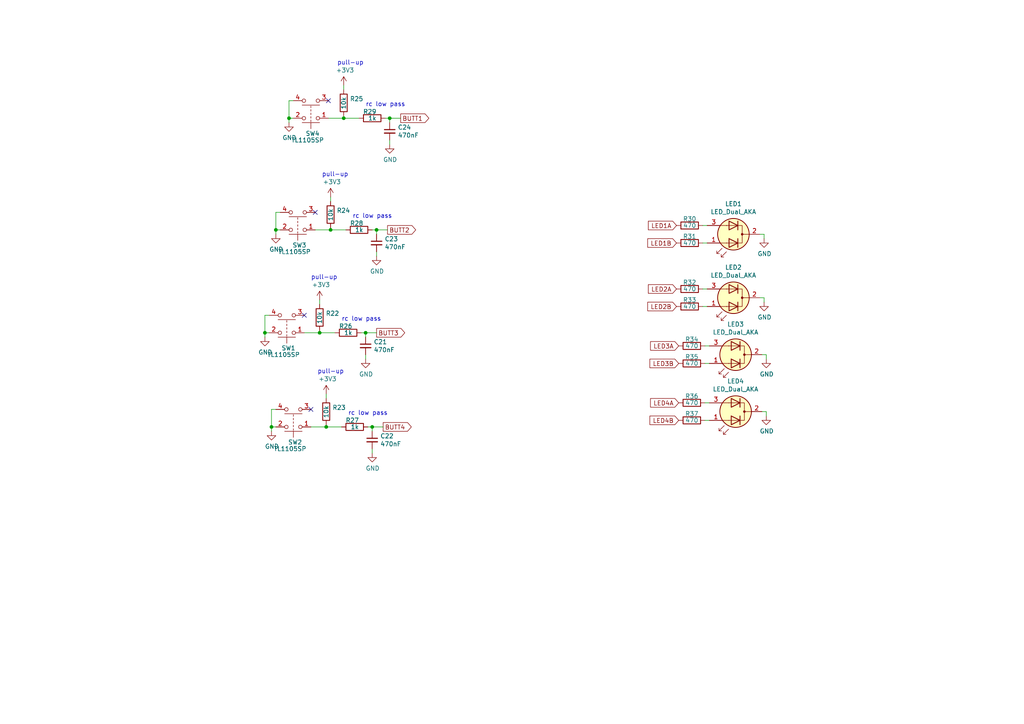
<source format=kicad_sch>
(kicad_sch (version 20211123) (generator eeschema)
  (paper "A4")
  (lib_symbols
    (symbol "Device:C_Small" (pin_numbers hide) (pin_names (offset 0.254) hide)
      (property "Reference" "C" (at 0.254 1.778 0))
      (property "Value" "C_Small" (at 0.254 -2.032 0))
      (symbol "C_Small_0_1"
        (polyline (pts (xy -1.524 -0.508) (xy 1.524 -0.508)) (stroke (width 0.3302)))
        (polyline (pts (xy -1.524 0.508) (xy 1.524 0.508)) (stroke (width 0.3048)))
      )
      (symbol "C_Small_1_1"
        (pin passive line (at 0 2.54 270) (length 2.032) (name "~") (number "1"))
        (pin passive line (at 0 -2.54 90) (length 2.032) (name "~") (number "2"))
      )
    )
    (symbol "Device:LED_Dual_AKA" (pin_names (offset 0) hide)
      (property "Reference" "D" (at 0 5.715 0))
      (property "Value" "LED_Dual_AKA" (at 0 -6.35 0))
      (symbol "LED_Dual_AKA_0_1"
        (circle (center -2.54 0) (radius 0.2794) (fill (type outline)))
        (polyline (pts (xy -4.572 0) (xy -2.54 0)))
        (polyline (pts (xy -1.27 -1.27) (xy -1.27 -3.81)) (stroke (width 0.254)))
        (polyline (pts (xy -1.27 1.27) (xy -1.27 3.81)) (stroke (width 0.254)))
        (polyline (pts (xy 3.81 -2.54) (xy 1.905 -2.54)))
        (polyline (pts (xy 3.81 2.54) (xy 1.905 2.54)))
        (polyline (pts (xy 1.27 -3.81) (xy 1.27 -1.27) (xy -1.27 -2.54) (xy 1.27 -3.81)) (stroke (width 0.254)))
        (polyline (pts (xy 1.27 1.27) (xy 1.27 3.81) (xy -1.27 2.54) (xy 1.27 1.27)) (stroke (width 0.254)))
        (polyline (pts (xy 2.032 2.54) (xy -2.54 2.54) (xy -2.54 -2.54) (xy 2.032 -2.54)))
        (polyline (pts (xy 2.032 5.08) (xy 3.556 6.604) (xy 2.794 6.604) (xy 3.556 6.604) (xy 3.556 5.842)))
        (polyline (pts (xy 3.302 4.064) (xy 4.826 5.588) (xy 4.064 5.588) (xy 4.826 5.588) (xy 4.826 4.826)))
        (circle (center 0 0) (radius 4.572) (stroke (width 0.254)) (fill (type background)))
      )
      (symbol "LED_Dual_AKA_1_1"
        (pin input line (at 7.62 2.54 180) (length 3.81) (name "A1") (number "1"))
        (pin input line (at -7.62 0 0) (length 3.048) (name "K") (number "2"))
        (pin input line (at 7.62 -2.54 180) (length 3.81) (name "A2") (number "3"))
      )
    )
    (symbol "Device:R" (pin_numbers hide) (pin_names (offset 0))
      (property "Reference" "R" (at 2.032 0 90))
      (property "Value" "R" (at 0 0 90))
      (symbol "R_0_1"
        (rectangle (start -1.016 -2.54) (end 1.016 2.54) (stroke (width 0.254)))
      )
      (symbol "R_1_1"
        (pin passive line (at 0 3.81 270) (length 1.27) (name "~") (number "1"))
        (pin passive line (at 0 -3.81 90) (length 1.27) (name "~") (number "2"))
      )
    )
    (symbol "Switch:SW_Push_Dual" (pin_names (offset 1.016) hide)
      (property "Reference" "SW" (at 1.27 2.54 0))
      (property "Value" "SW_Push_Dual" (at 0 -6.858 0))
      (symbol "SW_Push_Dual_0_1"
        (circle (center -2.032 -5.08) (radius 0.508))
        (circle (center -2.032 0) (radius 0.508))
        (polyline (pts (xy 0 -3.048) (xy 0 -3.556)))
        (polyline (pts (xy 0 -2.032) (xy 0 -2.54)))
        (polyline (pts (xy 0 -1.524) (xy 0 -1.016)))
        (polyline (pts (xy 0 -0.508) (xy 0 0)))
        (polyline (pts (xy 0 0.508) (xy 0 1.016)))
        (polyline (pts (xy 0 1.27) (xy 0 3.048)))
        (polyline (pts (xy 2.54 -3.81) (xy -2.54 -3.81)))
        (polyline (pts (xy 2.54 1.27) (xy -2.54 1.27)))
        (circle (center 2.032 -5.08) (radius 0.508))
        (circle (center 2.032 0) (radius 0.508))
        (pin passive line (at -5.08 0 0) (length 2.54) (name "1") (number "1"))
        (pin passive line (at 5.08 0 180) (length 2.54) (name "2") (number "2"))
        (pin passive line (at -5.08 -5.08 0) (length 2.54) (name "3") (number "3"))
        (pin passive line (at 5.08 -5.08 180) (length 2.54) (name "4") (number "4"))
      )
    )
    (symbol "power:+3.3V" (power) (pin_names (offset 0))
      (property "Value" "+3.3V" (at 0 3.556 0))
      (symbol "+3.3V_0_1"
        (polyline (pts (xy -0.762 1.27) (xy 0 2.54)))
        (polyline (pts (xy 0 0) (xy 0 2.54)))
        (polyline (pts (xy 0 2.54) (xy 0.762 1.27)))
      )
      (symbol "+3.3V_1_1"
        (pin power_in line (at 0 0 90) (length 0) hide (name "+3V3") (number "1"))
      )
    )
    (symbol "power:GND" (power) (pin_names (offset 0))
      (property "Value" "GND" (at 0 -3.81 0))
      (symbol "GND_0_1"
        (polyline (pts (xy 0 0) (xy 0 -1.27) (xy 1.27 -1.27) (xy 0 -2.54) (xy -1.27 -1.27) (xy 0 -1.27)))
      )
      (symbol "GND_1_1"
        (pin power_in line (at 0 0 270) (length 0) hide (name "GND") (number "1"))
      )
    )
  )
  (junction (at 99.695 34.29))
  (junction (at 107.95 123.825))
  (junction (at 83.82 34.29))
  (junction (at 80.01 66.675))
  (junction (at 113.03 34.29))
  (junction (at 109.22 66.675))
  (junction (at 95.885 66.675))
  (junction (at 106.045 96.52))
  (junction (at 94.615 123.825))
  (junction (at 76.835 96.52))
  (junction (at 78.74 123.825))
  (junction (at 92.71 96.52))
  (no_connect (at 91.44 61.595))
  (no_connect (at 90.17 118.745))
  (no_connect (at 95.25 29.21))
  (no_connect (at 88.265 91.44))
  (wire (pts (xy 88.265 96.52) (xy 92.71 96.52)))
  (wire (pts (xy 76.835 96.52) (xy 78.105 96.52)))
  (wire (pts (xy 78.74 118.745) (xy 80.01 118.745)))
  (wire (pts (xy 221.615 86.36) (xy 220.345 86.36)))
  (wire (pts (xy 95.885 66.675) (xy 95.885 66.04)))
  (wire (pts (xy 107.95 123.825) (xy 106.68 123.825)))
  (wire (pts (xy 99.695 34.29) (xy 104.14 34.29)))
  (wire (pts (xy 94.615 123.825) (xy 99.06 123.825)))
  (wire (pts (xy 113.03 35.56) (xy 113.03 34.29)))
  (wire (pts (xy 203.835 65.405) (xy 205.105 65.405)))
  (wire (pts (xy 204.47 116.84) (xy 205.74 116.84)))
  (wire (pts (xy 94.615 123.825) (xy 94.615 123.19)))
  (wire (pts (xy 76.835 96.52) (xy 76.835 91.44)))
  (wire (pts (xy 221.615 69.215) (xy 221.615 67.945)))
  (wire (pts (xy 78.74 125.095) (xy 78.74 123.825)))
  (wire (pts (xy 204.47 100.33) (xy 205.74 100.33)))
  (wire (pts (xy 92.71 86.995) (xy 92.71 88.265)))
  (wire (pts (xy 90.17 123.825) (xy 94.615 123.825)))
  (wire (pts (xy 83.82 35.56) (xy 83.82 34.29)))
  (wire (pts (xy 91.44 66.675) (xy 95.885 66.675)))
  (wire (pts (xy 109.22 66.675) (xy 107.95 66.675)))
  (wire (pts (xy 205.74 105.41) (xy 204.47 105.41)))
  (wire (pts (xy 113.03 40.64) (xy 113.03 41.91)))
  (wire (pts (xy 83.82 34.29) (xy 85.09 34.29)))
  (wire (pts (xy 107.95 130.175) (xy 107.95 131.445)))
  (wire (pts (xy 112.395 66.675) (xy 109.22 66.675)))
  (wire (pts (xy 111.125 123.825) (xy 107.95 123.825)))
  (wire (pts (xy 78.74 123.825) (xy 80.01 123.825)))
  (wire (pts (xy 106.045 97.79) (xy 106.045 96.52)))
  (wire (pts (xy 94.615 114.3) (xy 94.615 115.57)))
  (wire (pts (xy 83.82 29.21) (xy 85.09 29.21)))
  (wire (pts (xy 221.615 67.945) (xy 220.345 67.945)))
  (wire (pts (xy 113.03 34.29) (xy 111.76 34.29)))
  (wire (pts (xy 78.74 123.825) (xy 78.74 118.745)))
  (wire (pts (xy 76.835 97.79) (xy 76.835 96.52)))
  (wire (pts (xy 106.045 102.87) (xy 106.045 104.14)))
  (wire (pts (xy 222.25 102.87) (xy 220.98 102.87)))
  (wire (pts (xy 109.22 67.945) (xy 109.22 66.675)))
  (wire (pts (xy 109.22 73.025) (xy 109.22 74.295)))
  (wire (pts (xy 205.105 88.9) (xy 203.835 88.9)))
  (wire (pts (xy 76.835 91.44) (xy 78.105 91.44)))
  (wire (pts (xy 205.105 70.485) (xy 203.835 70.485)))
  (wire (pts (xy 80.01 61.595) (xy 81.28 61.595)))
  (wire (pts (xy 95.25 34.29) (xy 99.695 34.29)))
  (wire (pts (xy 95.885 57.15) (xy 95.885 58.42)))
  (wire (pts (xy 95.885 66.675) (xy 100.33 66.675)))
  (wire (pts (xy 80.01 66.675) (xy 81.28 66.675)))
  (wire (pts (xy 222.25 120.65) (xy 222.25 119.38)))
  (wire (pts (xy 205.74 121.92) (xy 204.47 121.92)))
  (wire (pts (xy 203.835 83.82) (xy 205.105 83.82)))
  (wire (pts (xy 109.22 96.52) (xy 106.045 96.52)))
  (wire (pts (xy 107.95 125.095) (xy 107.95 123.825)))
  (wire (pts (xy 116.205 34.29) (xy 113.03 34.29)))
  (wire (pts (xy 99.695 34.29) (xy 99.695 33.655)))
  (wire (pts (xy 106.045 96.52) (xy 104.775 96.52)))
  (wire (pts (xy 222.25 119.38) (xy 220.98 119.38)))
  (wire (pts (xy 92.71 96.52) (xy 97.155 96.52)))
  (wire (pts (xy 83.82 34.29) (xy 83.82 29.21)))
  (wire (pts (xy 99.695 24.765) (xy 99.695 26.035)))
  (wire (pts (xy 80.01 66.675) (xy 80.01 61.595)))
  (wire (pts (xy 222.25 104.14) (xy 222.25 102.87)))
  (wire (pts (xy 80.01 67.945) (xy 80.01 66.675)))
  (wire (pts (xy 92.71 96.52) (xy 92.71 95.885)))
  (wire (pts (xy 221.615 87.63) (xy 221.615 86.36)))
  (text "pull-up" (at 93.345 51.435 0) (effects (font (size 1.27 1.27)) (justify left bottom)))
  (text "rc low pass" (at 102.235 63.5 0) (effects (font (size 1.27 1.27)) (justify left bottom)))
  (text "pull-up" (at 92.075 108.585 0) (effects (font (size 1.27 1.27)) (justify left bottom)))
  (text "pull-up" (at 97.79 19.05 0) (effects (font (size 1.27 1.27)) (justify left bottom)))
  (text "rc low pass" (at 99.06 93.345 0) (effects (font (size 1.27 1.27)) (justify left bottom)))
  (text "rc low pass" (at 106.045 31.115 0) (effects (font (size 1.27 1.27)) (justify left bottom)))
  (text "rc low pass" (at 100.965 120.65 0) (effects (font (size 1.27 1.27)) (justify left bottom)))
  (text "pull-up" (at 90.17 81.28 0) (effects (font (size 1.27 1.27)) (justify left bottom)))
  (global_label "LED4A" (shape input) (at 196.85 116.84 180) (property "Intersheet References" "${INTERSHEET_REFS}" (effects hide)))
  (global_label "LED2B" (shape input) (at 196.215 88.9 180) (property "Intersheet References" "${INTERSHEET_REFS}" (effects hide)))
  (global_label "LED1B" (shape input) (at 196.215 70.485 180) (property "Intersheet References" "${INTERSHEET_REFS}" (effects hide)))
  (global_label "LED3A" (shape input) (at 196.85 100.33 180) (property "Intersheet References" "${INTERSHEET_REFS}" (effects hide)))
  (global_label "BUTT2" (shape output) (at 112.395 66.675 0) (property "Intersheet References" "${INTERSHEET_REFS}" (effects hide)))
  (global_label "BUTT1" (shape output) (at 116.205 34.29 0) (property "Intersheet References" "${INTERSHEET_REFS}" (effects hide)))
  (global_label "LED1A" (shape input) (at 196.215 65.405 180) (property "Intersheet References" "${INTERSHEET_REFS}" (effects hide)))
  (global_label "LED3B" (shape input) (at 196.85 105.41 180) (property "Intersheet References" "${INTERSHEET_REFS}" (effects hide)))
  (global_label "BUTT4" (shape output) (at 111.125 123.825 0) (property "Intersheet References" "${INTERSHEET_REFS}" (effects hide)))
  (global_label "BUTT3" (shape output) (at 109.22 96.52 0) (property "Intersheet References" "${INTERSHEET_REFS}" (effects hide)))
  (global_label "LED2A" (shape input) (at 196.215 83.82 180) (property "Intersheet References" "${INTERSHEET_REFS}" (effects hide)))
  (global_label "LED4B" (shape input) (at 196.85 121.92 180) (property "Intersheet References" "${INTERSHEET_REFS}" (effects hide)))
  (symbol (lib_id "Device:LED_Dual_AKA") (at 212.725 67.945 180) (unit 1)
    (property "Reference" "LED1" (at 212.725 59.1312 0))
    (property "Value" "LED_Dual_AKA" (at 212.725 61.4426 0))
    (property "Footprint" "LED_THT:LED_D3.0mm-3" (effects hide))
    (property "LCSC" "-" (effects hide))
  )
  (symbol (lib_id "Device:R") (at 200.025 65.405 270) (unit 1)
    (property "Reference" "R30" (at 200.025 63.5 90))
    (property "Value" "470" (at 200.025 65.405 90))
    (property "LCSC" "C23179" (effects hide))
  )
  (symbol (lib_id "Device:R") (at 200.025 70.485 270) (unit 1)
    (property "Reference" "R31" (at 200.025 68.58 90))
    (property "Value" "470" (at 200.025 70.485 90))
    (property "LCSC" "C23179" (effects hide))
  )
  (symbol (lib_id "power:GND") (at 221.615 69.215 0) (unit 1)
    (property "Reference" "#PWR056" (effects hide))
    (property "Value" "GND" (at 221.742 73.6092 0))
  )
  (symbol (lib_id "Device:LED_Dual_AKA") (at 212.725 86.36 180) (unit 1)
    (property "Reference" "LED2" (at 212.725 77.5462 0))
    (property "Value" "LED_Dual_AKA" (at 212.725 79.8576 0))
    (property "Footprint" "LED_THT:LED_D3.0mm-3" (effects hide))
    (property "LCSC" "-" (effects hide))
  )
  (symbol (lib_id "Device:R") (at 200.025 83.82 270) (unit 1)
    (property "Reference" "R32" (at 200.025 81.915 90))
    (property "Value" "470" (at 200.025 83.82 90))
    (property "LCSC" "C23179" (effects hide))
  )
  (symbol (lib_id "Device:R") (at 200.025 88.9 270) (unit 1)
    (property "Reference" "R33" (at 200.025 86.995 90))
    (property "Value" "470" (at 200.025 88.9 90))
    (property "LCSC" "C23179" (effects hide))
  )
  (symbol (lib_id "power:GND") (at 221.615 87.63 0) (unit 1)
    (property "Reference" "#PWR057" (effects hide))
    (property "Value" "GND" (at 221.742 92.0242 0))
  )
  (symbol (lib_id "Device:LED_Dual_AKA") (at 213.36 102.87 180) (unit 1)
    (property "Reference" "LED3" (at 213.36 94.0562 0))
    (property "Value" "LED_Dual_AKA" (at 213.36 96.3676 0))
    (property "Footprint" "LED_THT:LED_D3.0mm-3" (effects hide))
    (property "LCSC" "-" (effects hide))
  )
  (symbol (lib_id "Device:R") (at 200.66 100.33 270) (unit 1)
    (property "Reference" "R34" (at 200.66 98.425 90))
    (property "Value" "470" (at 200.66 100.33 90))
    (property "LCSC" "C23179" (effects hide))
  )
  (symbol (lib_id "Device:R") (at 200.66 105.41 270) (unit 1)
    (property "Reference" "R35" (at 200.66 103.505 90))
    (property "Value" "470" (at 200.66 105.41 90))
    (property "LCSC" "C23179" (effects hide))
  )
  (symbol (lib_id "power:GND") (at 222.25 104.14 0) (unit 1)
    (property "Reference" "#PWR058" (effects hide))
    (property "Value" "GND" (at 222.377 108.5342 0))
  )
  (symbol (lib_id "Device:LED_Dual_AKA") (at 213.36 119.38 180) (unit 1)
    (property "Reference" "LED4" (at 213.36 110.5662 0))
    (property "Value" "LED_Dual_AKA" (at 213.36 112.8776 0))
    (property "Footprint" "LED_THT:LED_D3.0mm-3" (effects hide))
    (property "LCSC" "-" (effects hide))
  )
  (symbol (lib_id "Device:R") (at 200.66 116.84 270) (unit 1)
    (property "Reference" "R36" (at 200.66 114.935 90))
    (property "Value" "470" (at 200.66 116.84 90))
    (property "LCSC" "C23179" (effects hide))
  )
  (symbol (lib_id "Device:R") (at 200.66 121.92 270) (unit 1)
    (property "Reference" "R37" (at 200.66 120.015 90))
    (property "Value" "470" (at 200.66 121.92 90))
    (property "LCSC" "C23179" (effects hide))
  )
  (symbol (lib_id "power:GND") (at 222.25 120.65 0) (unit 1)
    (property "Reference" "#PWR059" (effects hide))
    (property "Value" "GND" (at 222.377 125.0442 0))
  )
  (symbol (lib_id "Switch:SW_Push_Dual") (at 85.09 123.825 180) (unit 1)
    (property "Reference" "SW2" (at 87.63 128.27 0) (effects (justify left)))
    (property "Value" "TL1105SP" (at 88.9 130.175 0) (effects (justify left)))
    (property "Footprint" "foots:SW_PUSH_6mm_H13mm_nc" (effects hide))
    (property "LCSC" "C273530" (effects hide))
  )
  (symbol (lib_id "Device:R") (at 94.615 119.38 0) (unit 1)
    (property "Reference" "R23" (at 96.393 118.2116 0) (effects (justify left)))
    (property "Value" "10k" (at 94.615 121.285 90) (effects (justify left)))
    (property "LCSC" "C25804" (effects hide))
  )
  (symbol (lib_id "power:GND") (at 78.74 125.095 0) (unit 1)
    (property "Reference" "#PWR045" (effects hide))
    (property "Value" "GND" (at 78.867 129.4892 0))
  )
  (symbol (lib_id "Device:R") (at 102.87 123.825 90) (unit 1)
    (property "Reference" "R27" (at 104.14 121.92 90) (effects (justify left)))
    (property "Value" "1k" (at 104.14 123.825 90) (effects (justify left)))
    (property "LCSC" "C21190" (effects hide))
  )
  (symbol (lib_id "Device:C_Small") (at 107.95 127.635 0) (unit 1)
    (property "Reference" "C22" (at 110.2868 126.4666 0) (effects (justify left)))
    (property "Value" "470nF" (at 110.2868 128.778 0) (effects (justify left)))
    (property "LCSC" "C1623" (effects hide))
  )
  (symbol (lib_id "power:GND") (at 107.95 131.445 0) (unit 1)
    (property "Reference" "#PWR053" (effects hide))
    (property "Value" "GND" (at 108.077 135.8392 0))
  )
  (symbol (lib_id "Switch:SW_Push_Dual") (at 86.36 66.675 180) (unit 1)
    (property "Reference" "SW3" (at 88.9 71.12 0) (effects (justify left)))
    (property "Value" "TL1105SP" (at 90.17 73.025 0) (effects (justify left)))
    (property "Footprint" "foots:SW_PUSH_6mm_H13mm_nc" (effects hide))
    (property "LCSC" "C273530" (effects hide))
  )
  (symbol (lib_id "Device:R") (at 95.885 62.23 0) (unit 1)
    (property "Reference" "R24" (at 97.663 61.0616 0) (effects (justify left)))
    (property "Value" "10k" (at 95.885 64.135 90) (effects (justify left)))
    (property "LCSC" "C25804" (effects hide))
  )
  (symbol (lib_id "power:GND") (at 80.01 67.945 0) (unit 1)
    (property "Reference" "#PWR046" (effects hide))
    (property "Value" "GND" (at 80.137 72.3392 0))
  )
  (symbol (lib_id "Device:R") (at 104.14 66.675 90) (unit 1)
    (property "Reference" "R28" (at 105.41 64.77 90) (effects (justify left)))
    (property "Value" "1k" (at 105.41 66.675 90) (effects (justify left)))
    (property "LCSC" "C21190" (effects hide))
  )
  (symbol (lib_id "Device:C_Small") (at 109.22 70.485 0) (unit 1)
    (property "Reference" "C23" (at 111.5568 69.3166 0) (effects (justify left)))
    (property "Value" "470nF" (at 111.5568 71.628 0) (effects (justify left)))
    (property "LCSC" "C1623" (effects hide))
  )
  (symbol (lib_id "power:GND") (at 109.22 74.295 0) (unit 1)
    (property "Reference" "#PWR054" (effects hide))
    (property "Value" "GND" (at 109.347 78.6892 0))
  )
  (symbol (lib_id "Switch:SW_Push_Dual") (at 83.185 96.52 180) (unit 1)
    (property "Reference" "SW1" (at 85.725 100.965 0) (effects (justify left)))
    (property "Value" "TL1105SP" (at 86.995 102.87 0) (effects (justify left)))
    (property "Footprint" "foots:SW_PUSH_6mm_H13mm_nc" (effects hide))
    (property "LCSC" "C273530" (effects hide))
  )
  (symbol (lib_id "Device:R") (at 92.71 92.075 0) (unit 1)
    (property "Reference" "R22" (at 94.488 90.9066 0) (effects (justify left)))
    (property "Value" "10k" (at 92.71 93.98 90) (effects (justify left)))
    (property "LCSC" "C25804" (effects hide))
  )
  (symbol (lib_id "power:GND") (at 76.835 97.79 0) (unit 1)
    (property "Reference" "#PWR044" (effects hide))
    (property "Value" "GND" (at 76.962 102.1842 0))
  )
  (symbol (lib_id "Device:R") (at 100.965 96.52 90) (unit 1)
    (property "Reference" "R26" (at 102.235 94.615 90) (effects (justify left)))
    (property "Value" "1k" (at 102.235 96.52 90) (effects (justify left)))
    (property "LCSC" "C21190" (effects hide))
  )
  (symbol (lib_id "Device:C_Small") (at 106.045 100.33 0) (unit 1)
    (property "Reference" "C21" (at 108.3818 99.1616 0) (effects (justify left)))
    (property "Value" "470nF" (at 108.3818 101.473 0) (effects (justify left)))
    (property "LCSC" "C1623" (effects hide))
  )
  (symbol (lib_id "power:GND") (at 106.045 104.14 0) (unit 1)
    (property "Reference" "#PWR052" (effects hide))
    (property "Value" "GND" (at 106.172 108.5342 0))
  )
  (symbol (lib_id "Switch:SW_Push_Dual") (at 90.17 34.29 180) (unit 1)
    (property "Reference" "SW4" (at 92.71 38.735 0) (effects (justify left)))
    (property "Value" "TL1105SP" (at 93.98 40.64 0) (effects (justify left)))
    (property "Footprint" "foots:SW_PUSH_6mm_H13mm_nc" (effects hide))
    (property "LCSC" "C273530" (effects hide))
  )
  (symbol (lib_id "Device:R") (at 99.695 29.845 0) (unit 1)
    (property "Reference" "R25" (at 101.473 28.6766 0) (effects (justify left)))
    (property "Value" "10k" (at 99.695 31.75 90) (effects (justify left)))
    (property "LCSC" "C25804" (effects hide))
  )
  (symbol (lib_id "power:GND") (at 83.82 35.56 0) (unit 1)
    (property "Reference" "#PWR047" (effects hide))
    (property "Value" "GND" (at 83.947 39.9542 0))
  )
  (symbol (lib_id "Device:R") (at 107.95 34.29 90) (unit 1)
    (property "Reference" "R29" (at 109.22 32.385 90) (effects (justify left)))
    (property "Value" "1k" (at 109.22 34.29 90) (effects (justify left)))
    (property "LCSC" "C21190" (effects hide))
  )
  (symbol (lib_id "Device:C_Small") (at 113.03 38.1 0) (unit 1)
    (property "Reference" "C24" (at 115.3668 36.9316 0) (effects (justify left)))
    (property "Value" "470nF" (at 115.3668 39.243 0) (effects (justify left)))
    (property "LCSC" "C1623" (effects hide))
  )
  (symbol (lib_id "power:GND") (at 113.03 41.91 0) (unit 1)
    (property "Reference" "#PWR055" (effects hide))
    (property "Value" "GND" (at 113.157 46.3042 0))
  )
  (symbol (lib_id "power:+3.3V") (at 99.695 24.765 0) (unit 1)
    (property "Reference" "#PWR051" (effects hide))
    (property "Value" "+3.3V" (at 100.076 20.3708 0))
  )
  (symbol (lib_id "power:+3.3V") (at 95.885 57.15 0) (unit 1)
    (property "Reference" "#PWR050" (effects hide))
    (property "Value" "+3.3V" (at 96.266 52.7558 0))
  )
  (symbol (lib_id "power:+3.3V") (at 92.71 86.995 0) (unit 1)
    (property "Reference" "#PWR048" (effects hide))
    (property "Value" "+3.3V" (at 93.091 82.6008 0))
  )
  (symbol (lib_id "power:+3.3V") (at 94.615 114.3 0) (unit 1)
    (property "Reference" "#PWR049" (effects hide))
    (property "Value" "+3.3V" (at 94.996 109.9058 0))
  )
)
</source>
